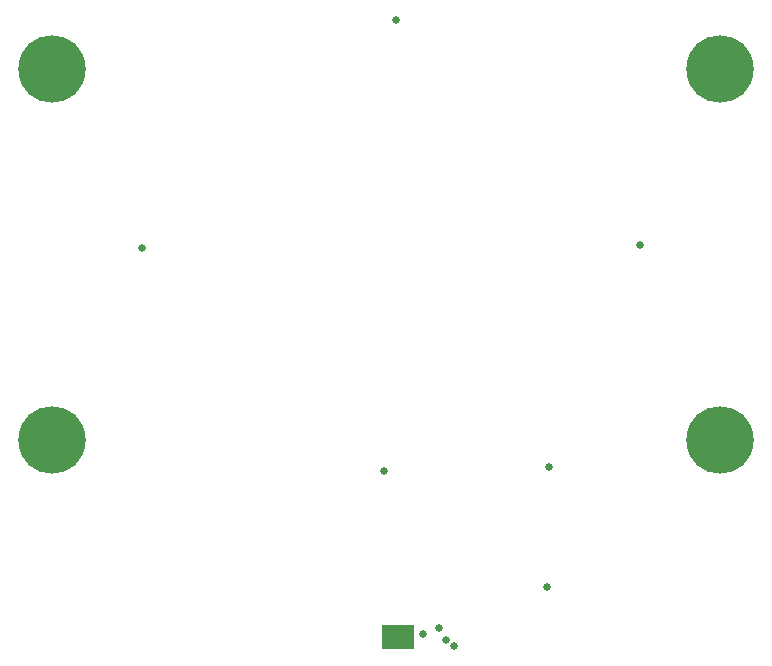
<source format=gbr>
%TF.GenerationSoftware,Altium Limited,Altium Designer,21.8.1 (53)*%
G04 Layer_Color=3931*
%FSLAX45Y45*%
%MOMM*%
%TF.SameCoordinates,9CAB6441-B9E9-44DD-A1F1-36E89FF17874*%
%TF.FilePolarity,Negative*%
%TF.FileFunction,Soldermask,Top*%
%TF.Part,Single*%
G01*
G75*
%TA.AperFunction,SMDPad,CuDef*%
%ADD17R,2.70320X0.50320*%
%TA.AperFunction,ComponentPad*%
%ADD18C,5.70320*%
%TA.AperFunction,ViaPad*%
%ADD19C,0.65320*%
D17*
X2926047Y-1746520D02*
D03*
Y-1696520D02*
D03*
Y-1646520D02*
D03*
Y-1596520D02*
D03*
D18*
X0Y1000D02*
D03*
Y3139700D02*
D03*
X5656500Y1000D02*
D03*
Y3139700D02*
D03*
D19*
X3144308Y-1647290D02*
D03*
X761661Y1623578D02*
D03*
X2908786Y3555992D02*
D03*
X4975960Y1647949D02*
D03*
X4203274Y-227336D02*
D03*
X4189287Y-1246508D02*
D03*
X3404905Y-1749158D02*
D03*
X3275122Y-1597604D02*
D03*
X3332431Y-1698654D02*
D03*
X2806993Y-268867D02*
D03*
%TF.MD5,cebe8219da4350c66f48b48691258a89*%
M02*

</source>
